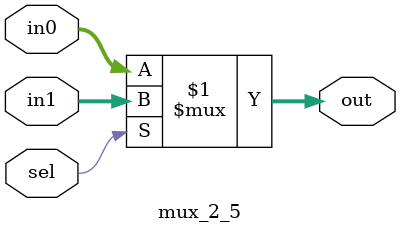
<source format=v>
module mux_2_5(sel, in0, in1, out);
	input sel;
	input [4:0] in0,in1;
	output [4:0] out;
	assign out = sel ? in1 : in0;
endmodule

</source>
